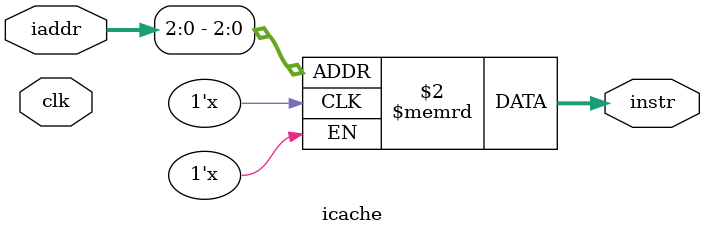
<source format=v>
module icache(
    input clk,
    input [31:0] iaddr,
    output reg [31:0] instr
    );
    
    // Memory definition
    reg [31:0] icache [0:5];
    
    always @ (*)
    begin
        instr <= icache[iaddr[2:0]];
    end

endmodule
</source>
